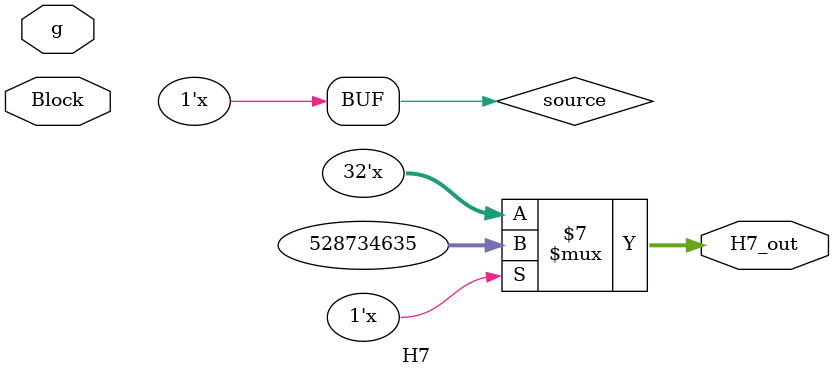
<source format=v>
`timescale 1ns / 1ps
module H7(input Block, input [31:0] g, output reg [31:0] H7_out );

reg source; 
initial
begin
	source = 1;
//	H2_out = 32'hbb67ae85;
end

always @ (Block)
begin
	source = ~source;
	if (source == 0)			begin
			H7_out = 32'h1f83d9ab;
		end
	else
		begin
			H7_out = g + H7_out;
		end
		
end

endmodule

</source>
